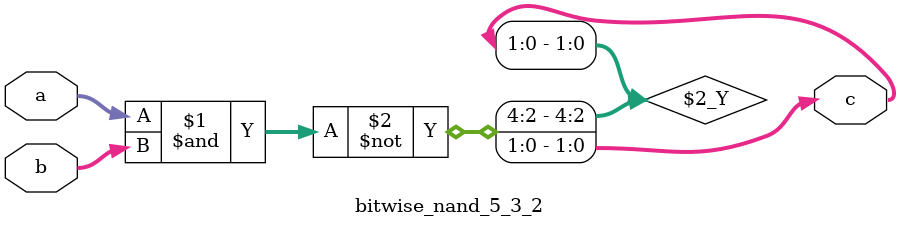
<source format=v>
module bitwise_nand_5_3_2(a, b, c);
  input [4:0] a;
  input [2:0] b;
  output [1:0] c;
  assign c = a ~& b;
endmodule

</source>
